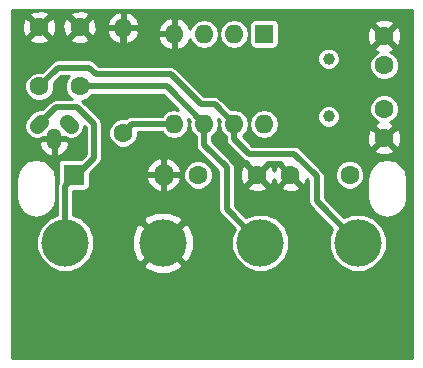
<source format=gbr>
G04 #@! TF.FileFunction,Copper,L1,Top,Signal*
%FSLAX46Y46*%
G04 Gerber Fmt 4.6, Leading zero omitted, Abs format (unit mm)*
G04 Created by KiCad (PCBNEW 4.0.7) date 04/04/19 07:33:12*
%MOMM*%
%LPD*%
G01*
G04 APERTURE LIST*
%ADD10C,0.100000*%
%ADD11C,1.600000*%
%ADD12O,1.600000X1.600000*%
%ADD13R,1.800000X1.800000*%
%ADD14O,1.800000X1.800000*%
%ADD15C,4.000000*%
%ADD16R,1.600000X1.600000*%
%ADD17C,1.000000*%
%ADD18O,1.300000X1.800000*%
%ADD19C,1.300000*%
%ADD20C,0.500000*%
%ADD21C,0.254000*%
G04 APERTURE END LIST*
D10*
D11*
X73787000Y-90932000D03*
D12*
X73787000Y-82042000D03*
D11*
X70104000Y-86995000D03*
X70104000Y-81995000D03*
X66675000Y-86995000D03*
X66675000Y-81995000D03*
X92964000Y-94488000D03*
X87964000Y-94488000D03*
X95885000Y-88900000D03*
X95885000Y-91400000D03*
X95885000Y-85217000D03*
X95885000Y-82717000D03*
X80137000Y-94488000D03*
X85137000Y-94488000D03*
D13*
X69596000Y-94488000D03*
D14*
X77216000Y-94488000D03*
D15*
X68890000Y-100240000D03*
X77150000Y-100240000D03*
X85410000Y-100240000D03*
X93670000Y-100240000D03*
D16*
X85725000Y-82550000D03*
D12*
X78105000Y-90170000D03*
X83185000Y-82550000D03*
X80645000Y-90170000D03*
X80645000Y-82550000D03*
X83185000Y-90170000D03*
X78105000Y-82550000D03*
X85725000Y-90170000D03*
D17*
X91186000Y-89535000D03*
X91186000Y-84655000D03*
D18*
X67945000Y-91440000D03*
D19*
X69391777Y-90346777D02*
X69038223Y-89993223D01*
X66851777Y-89993223D02*
X66498223Y-90346777D01*
D20*
X73787000Y-82042000D02*
X73787000Y-84455000D01*
X72564000Y-84455000D02*
X73787000Y-84455000D01*
X72564000Y-84455000D02*
X70104000Y-81995000D01*
X75946000Y-82550000D02*
X75692000Y-82550000D01*
X75184000Y-82042000D02*
X73787000Y-82042000D01*
X75692000Y-82550000D02*
X75184000Y-82042000D01*
X95885000Y-91400000D02*
X97790000Y-89495000D01*
X97790000Y-84622000D02*
X95885000Y-82717000D01*
X97790000Y-89495000D02*
X97790000Y-84622000D01*
X76708000Y-80772000D02*
X93940000Y-80772000D01*
X76708000Y-80772000D02*
X75946000Y-81534000D01*
X75946000Y-82550000D02*
X75946000Y-81534000D01*
X93940000Y-80772000D02*
X95885000Y-82717000D01*
X77216000Y-94488000D02*
X77216000Y-96647000D01*
X77216000Y-96647000D02*
X79121000Y-96647000D01*
X79121000Y-96647000D02*
X79629000Y-97155000D01*
X79629000Y-97155000D02*
X79629000Y-97761000D01*
X79629000Y-97761000D02*
X77150000Y-100240000D01*
X78105000Y-82550000D02*
X75946000Y-82550000D01*
X66675000Y-90170000D02*
X68072000Y-88773000D01*
X71310500Y-93027500D02*
X69596000Y-94742000D01*
X71310500Y-90170000D02*
X71310500Y-93027500D01*
X69913500Y-88773000D02*
X71310500Y-90170000D01*
X68072000Y-88773000D02*
X69913500Y-88773000D01*
X68890000Y-100240000D02*
X68890000Y-95448000D01*
X68890000Y-95448000D02*
X69596000Y-94742000D01*
X83185000Y-90170000D02*
X83185000Y-91440000D01*
X90170000Y-96740000D02*
X93670000Y-100240000D01*
X90170000Y-94615000D02*
X90170000Y-96740000D01*
X88265000Y-92710000D02*
X90170000Y-94615000D01*
X86360000Y-92710000D02*
X88265000Y-92710000D01*
X86360000Y-92710000D02*
X85725000Y-92710000D01*
X84455000Y-92710000D02*
X85725000Y-92710000D01*
X83185000Y-91440000D02*
X84455000Y-92710000D01*
X70929500Y-85407500D02*
X68262500Y-85407500D01*
X70929500Y-85407500D02*
X71501000Y-85979000D01*
X71501000Y-85979000D02*
X77851000Y-85979000D01*
X77851000Y-85979000D02*
X80391000Y-88519000D01*
X80391000Y-88519000D02*
X81534000Y-88519000D01*
X83185000Y-90170000D02*
X81534000Y-88519000D01*
X68262500Y-85407500D02*
X66675000Y-86995000D01*
X80645000Y-90170000D02*
X77470000Y-86995000D01*
X77470000Y-86995000D02*
X70104000Y-86995000D01*
X80645000Y-90170000D02*
X80645000Y-91948000D01*
X82550000Y-97380000D02*
X85410000Y-100240000D01*
X82550000Y-93853000D02*
X82550000Y-97380000D01*
X80645000Y-91948000D02*
X82550000Y-93853000D01*
X78105000Y-90170000D02*
X74549000Y-90170000D01*
X74549000Y-90170000D02*
X73787000Y-90932000D01*
D21*
G36*
X98210500Y-109970500D02*
X64349500Y-109970500D01*
X64349500Y-94833109D01*
X64726500Y-94833109D01*
X64726500Y-96428891D01*
X64855486Y-97077348D01*
X65222808Y-97627083D01*
X65772543Y-97994405D01*
X66421000Y-98123391D01*
X67069457Y-97994405D01*
X67619192Y-97627083D01*
X67986514Y-97077348D01*
X68115500Y-96428891D01*
X68115500Y-94833109D01*
X67986514Y-94184652D01*
X67619192Y-93634917D01*
X67069457Y-93267595D01*
X66421000Y-93138609D01*
X65772543Y-93267595D01*
X65222808Y-93634917D01*
X64855486Y-94184652D01*
X64726500Y-94833109D01*
X64349500Y-94833109D01*
X64349500Y-91770480D01*
X66650601Y-91770480D01*
X66779930Y-92259699D01*
X67086630Y-92662186D01*
X67524009Y-92916667D01*
X67619529Y-92933099D01*
X67818000Y-92809067D01*
X67818000Y-91567000D01*
X68072000Y-91567000D01*
X68072000Y-92809067D01*
X68270471Y-92933099D01*
X68365991Y-92916667D01*
X68803370Y-92662186D01*
X69110070Y-92259699D01*
X69239399Y-91770480D01*
X69077303Y-91567000D01*
X68072000Y-91567000D01*
X67818000Y-91567000D01*
X66812697Y-91567000D01*
X66650601Y-91770480D01*
X64349500Y-91770480D01*
X64349500Y-90365402D01*
X65385099Y-90365402D01*
X65468412Y-90784249D01*
X65705670Y-91139330D01*
X66060751Y-91376588D01*
X66479598Y-91459901D01*
X66898445Y-91376588D01*
X66993611Y-91313000D01*
X67818000Y-91313000D01*
X67818000Y-91293000D01*
X68072000Y-91293000D01*
X68072000Y-91313000D01*
X68896389Y-91313000D01*
X68991555Y-91376588D01*
X69410402Y-91459901D01*
X69829249Y-91376588D01*
X70184330Y-91139330D01*
X70421588Y-90784249D01*
X70504901Y-90365402D01*
X70500226Y-90341897D01*
X70616000Y-90457671D01*
X70616000Y-92739828D01*
X70221036Y-93134792D01*
X68696000Y-93134792D01*
X68531278Y-93165787D01*
X68379991Y-93263137D01*
X68278498Y-93411677D01*
X68242792Y-93588000D01*
X68242792Y-95210248D01*
X68195500Y-95448000D01*
X68195500Y-97882008D01*
X67507111Y-98166445D01*
X66818862Y-98853494D01*
X66445925Y-99751626D01*
X66445076Y-100724108D01*
X66816445Y-101622889D01*
X67503494Y-102311138D01*
X68401626Y-102684075D01*
X69374108Y-102684924D01*
X70272889Y-102313555D01*
X70471768Y-102115022D01*
X75454584Y-102115022D01*
X75675353Y-102485743D01*
X76647012Y-102879119D01*
X77695247Y-102870713D01*
X78624647Y-102485743D01*
X78845416Y-102115022D01*
X77150000Y-100419605D01*
X75454584Y-102115022D01*
X70471768Y-102115022D01*
X70961138Y-101626506D01*
X71334075Y-100728374D01*
X71334924Y-99755892D01*
X71327123Y-99737012D01*
X74510881Y-99737012D01*
X74519287Y-100785247D01*
X74904257Y-101714647D01*
X75274978Y-101935416D01*
X76970395Y-100240000D01*
X77329605Y-100240000D01*
X79025022Y-101935416D01*
X79395743Y-101714647D01*
X79789119Y-100742988D01*
X79780713Y-99694753D01*
X79395743Y-98765353D01*
X79025022Y-98544584D01*
X77329605Y-100240000D01*
X76970395Y-100240000D01*
X75274978Y-98544584D01*
X74904257Y-98765353D01*
X74510881Y-99737012D01*
X71327123Y-99737012D01*
X70963555Y-98857111D01*
X70472281Y-98364978D01*
X75454584Y-98364978D01*
X77150000Y-100060395D01*
X78845416Y-98364978D01*
X78624647Y-97994257D01*
X77652988Y-97600881D01*
X76604753Y-97609287D01*
X75675353Y-97994257D01*
X75454584Y-98364978D01*
X70472281Y-98364978D01*
X70276506Y-98168862D01*
X69584500Y-97881516D01*
X69584500Y-95841208D01*
X70496000Y-95841208D01*
X70660722Y-95810213D01*
X70812009Y-95712863D01*
X70913502Y-95564323D01*
X70949208Y-95388000D01*
X70949208Y-94852740D01*
X75724964Y-94852740D01*
X75903760Y-95284417D01*
X76308424Y-95725966D01*
X76851258Y-95979046D01*
X77089000Y-95858997D01*
X77089000Y-94615000D01*
X77343000Y-94615000D01*
X77343000Y-95858997D01*
X77580742Y-95979046D01*
X78123576Y-95725966D01*
X78528240Y-95284417D01*
X78707036Y-94852740D01*
X78647007Y-94734460D01*
X78892285Y-94734460D01*
X79081349Y-95192032D01*
X79431127Y-95542420D01*
X79888368Y-95732283D01*
X80383460Y-95732715D01*
X80841032Y-95543651D01*
X81191420Y-95193873D01*
X81381283Y-94736632D01*
X81381715Y-94241540D01*
X81192651Y-93783968D01*
X80842873Y-93433580D01*
X80385632Y-93243717D01*
X79890540Y-93243285D01*
X79432968Y-93432349D01*
X79082580Y-93782127D01*
X78892717Y-94239368D01*
X78892285Y-94734460D01*
X78647007Y-94734460D01*
X78586378Y-94615000D01*
X77343000Y-94615000D01*
X77089000Y-94615000D01*
X75845622Y-94615000D01*
X75724964Y-94852740D01*
X70949208Y-94852740D01*
X70949208Y-94370964D01*
X71196912Y-94123260D01*
X75724964Y-94123260D01*
X75845622Y-94361000D01*
X77089000Y-94361000D01*
X77089000Y-93117003D01*
X77343000Y-93117003D01*
X77343000Y-94361000D01*
X78586378Y-94361000D01*
X78707036Y-94123260D01*
X78528240Y-93691583D01*
X78123576Y-93250034D01*
X77580742Y-92996954D01*
X77343000Y-93117003D01*
X77089000Y-93117003D01*
X76851258Y-92996954D01*
X76308424Y-93250034D01*
X75903760Y-93691583D01*
X75724964Y-94123260D01*
X71196912Y-94123260D01*
X71801586Y-93518586D01*
X71913139Y-93351634D01*
X71952134Y-93293274D01*
X72005000Y-93027500D01*
X72005000Y-90170000D01*
X71952134Y-89904226D01*
X71801586Y-89678914D01*
X71801583Y-89678912D01*
X70404586Y-88281914D01*
X70341419Y-88239707D01*
X70350460Y-88239715D01*
X70808032Y-88050651D01*
X71158420Y-87700873D01*
X71163142Y-87689500D01*
X77182328Y-87689500D01*
X78465693Y-88972865D01*
X78105000Y-88901119D01*
X77628750Y-88995851D01*
X77225006Y-89265625D01*
X77084772Y-89475500D01*
X74549005Y-89475500D01*
X74549000Y-89475499D01*
X74283227Y-89528365D01*
X74283225Y-89528366D01*
X74283226Y-89528366D01*
X74057914Y-89678914D01*
X74057912Y-89678917D01*
X74045157Y-89691672D01*
X74035632Y-89687717D01*
X73540540Y-89687285D01*
X73082968Y-89876349D01*
X72732580Y-90226127D01*
X72542717Y-90683368D01*
X72542285Y-91178460D01*
X72731349Y-91636032D01*
X73081127Y-91986420D01*
X73538368Y-92176283D01*
X74033460Y-92176715D01*
X74491032Y-91987651D01*
X74841420Y-91637873D01*
X75031283Y-91180632D01*
X75031559Y-90864500D01*
X77084772Y-90864500D01*
X77225006Y-91074375D01*
X77628750Y-91344149D01*
X78105000Y-91438881D01*
X78581250Y-91344149D01*
X78984994Y-91074375D01*
X79254768Y-90670631D01*
X79349500Y-90194381D01*
X79349500Y-90145619D01*
X79277754Y-89784926D01*
X79439978Y-89947150D01*
X79400500Y-90145619D01*
X79400500Y-90194381D01*
X79495232Y-90670631D01*
X79765006Y-91074375D01*
X79950500Y-91198319D01*
X79950500Y-91948000D01*
X80003366Y-92213774D01*
X80083030Y-92333000D01*
X80153914Y-92439086D01*
X81855500Y-94140672D01*
X81855500Y-97380000D01*
X81908366Y-97645774D01*
X82008126Y-97795076D01*
X82058914Y-97871086D01*
X83251563Y-99063735D01*
X82965925Y-99751626D01*
X82965076Y-100724108D01*
X83336445Y-101622889D01*
X84023494Y-102311138D01*
X84921626Y-102684075D01*
X85894108Y-102684924D01*
X86792889Y-102313555D01*
X87481138Y-101626506D01*
X87854075Y-100728374D01*
X87854924Y-99755892D01*
X87483555Y-98857111D01*
X86796506Y-98168862D01*
X85898374Y-97795925D01*
X84925892Y-97795076D01*
X84233386Y-98081214D01*
X83244500Y-97092328D01*
X83244500Y-95495745D01*
X84308861Y-95495745D01*
X84382995Y-95741864D01*
X84920223Y-95934965D01*
X85490454Y-95907778D01*
X85891005Y-95741864D01*
X85965139Y-95495745D01*
X87135861Y-95495745D01*
X87209995Y-95741864D01*
X87747223Y-95934965D01*
X88317454Y-95907778D01*
X88718005Y-95741864D01*
X88792139Y-95495745D01*
X87964000Y-94667605D01*
X87135861Y-95495745D01*
X85965139Y-95495745D01*
X85137000Y-94667605D01*
X84308861Y-95495745D01*
X83244500Y-95495745D01*
X83244500Y-94271223D01*
X83690035Y-94271223D01*
X83717222Y-94841454D01*
X83883136Y-95242005D01*
X84129255Y-95316139D01*
X84957395Y-94488000D01*
X85316605Y-94488000D01*
X86144745Y-95316139D01*
X86390864Y-95242005D01*
X86543123Y-94818404D01*
X86544222Y-94841454D01*
X86710136Y-95242005D01*
X86956255Y-95316139D01*
X87784395Y-94488000D01*
X86956255Y-93659861D01*
X86710136Y-93733995D01*
X86557877Y-94157596D01*
X86556778Y-94134546D01*
X86390864Y-93733995D01*
X86144745Y-93659861D01*
X85316605Y-94488000D01*
X84957395Y-94488000D01*
X84129255Y-93659861D01*
X83883136Y-93733995D01*
X83690035Y-94271223D01*
X83244500Y-94271223D01*
X83244500Y-93853005D01*
X83244501Y-93853000D01*
X83191634Y-93587227D01*
X83191634Y-93587226D01*
X83041086Y-93361914D01*
X81339500Y-91660328D01*
X81339500Y-91198319D01*
X81524994Y-91074375D01*
X81794768Y-90670631D01*
X81889500Y-90194381D01*
X81889500Y-90145619D01*
X81817754Y-89784925D01*
X81979978Y-89947149D01*
X81940500Y-90145619D01*
X81940500Y-90194381D01*
X82035232Y-90670631D01*
X82305006Y-91074375D01*
X82490500Y-91198319D01*
X82490500Y-91440000D01*
X82543366Y-91705774D01*
X82575225Y-91753454D01*
X82693914Y-91931086D01*
X83963914Y-93201086D01*
X84189226Y-93351634D01*
X84338650Y-93381357D01*
X84308861Y-93480255D01*
X85137000Y-94308395D01*
X85965139Y-93480255D01*
X85942321Y-93404500D01*
X87158679Y-93404500D01*
X87135861Y-93480255D01*
X87964000Y-94308395D01*
X87978142Y-94294252D01*
X88157748Y-94473858D01*
X88143605Y-94488000D01*
X88971745Y-95316139D01*
X89217864Y-95242005D01*
X89375704Y-94802876D01*
X89475500Y-94902672D01*
X89475500Y-96740000D01*
X89528366Y-97005774D01*
X89576190Y-97077348D01*
X89678914Y-97231086D01*
X91511563Y-99063734D01*
X91225925Y-99751626D01*
X91225076Y-100724108D01*
X91596445Y-101622889D01*
X92283494Y-102311138D01*
X93181626Y-102684075D01*
X94154108Y-102684924D01*
X95052889Y-102313555D01*
X95741138Y-101626506D01*
X96114075Y-100728374D01*
X96114924Y-99755892D01*
X95743555Y-98857111D01*
X95056506Y-98168862D01*
X94158374Y-97795925D01*
X93185892Y-97795076D01*
X92493386Y-98081214D01*
X90864500Y-96452328D01*
X90864500Y-94734460D01*
X91719285Y-94734460D01*
X91908349Y-95192032D01*
X92258127Y-95542420D01*
X92715368Y-95732283D01*
X93210460Y-95732715D01*
X93668032Y-95543651D01*
X94018420Y-95193873D01*
X94168222Y-94833109D01*
X94444500Y-94833109D01*
X94444500Y-96428891D01*
X94573486Y-97077348D01*
X94940808Y-97627083D01*
X95490543Y-97994405D01*
X96139000Y-98123391D01*
X96787457Y-97994405D01*
X97337192Y-97627083D01*
X97704514Y-97077348D01*
X97833500Y-96428891D01*
X97833500Y-94833109D01*
X97704514Y-94184652D01*
X97337192Y-93634917D01*
X96787457Y-93267595D01*
X96139000Y-93138609D01*
X95490543Y-93267595D01*
X94940808Y-93634917D01*
X94573486Y-94184652D01*
X94444500Y-94833109D01*
X94168222Y-94833109D01*
X94208283Y-94736632D01*
X94208715Y-94241540D01*
X94019651Y-93783968D01*
X93669873Y-93433580D01*
X93212632Y-93243717D01*
X92717540Y-93243285D01*
X92259968Y-93432349D01*
X91909580Y-93782127D01*
X91719717Y-94239368D01*
X91719285Y-94734460D01*
X90864500Y-94734460D01*
X90864500Y-94615005D01*
X90864501Y-94615000D01*
X90811634Y-94349227D01*
X90811634Y-94349226D01*
X90661086Y-94123914D01*
X88944917Y-92407745D01*
X95056861Y-92407745D01*
X95130995Y-92653864D01*
X95668223Y-92846965D01*
X96238454Y-92819778D01*
X96639005Y-92653864D01*
X96713139Y-92407745D01*
X95885000Y-91579605D01*
X95056861Y-92407745D01*
X88944917Y-92407745D01*
X88756086Y-92218914D01*
X88658942Y-92154005D01*
X88530774Y-92068366D01*
X88265000Y-92015500D01*
X84742672Y-92015500D01*
X83907069Y-91179897D01*
X84064994Y-91074375D01*
X84334768Y-90670631D01*
X84429500Y-90194381D01*
X84429500Y-90145619D01*
X84480500Y-90145619D01*
X84480500Y-90194381D01*
X84575232Y-90670631D01*
X84845006Y-91074375D01*
X85248750Y-91344149D01*
X85725000Y-91438881D01*
X86201250Y-91344149D01*
X86442091Y-91183223D01*
X94438035Y-91183223D01*
X94465222Y-91753454D01*
X94631136Y-92154005D01*
X94877255Y-92228139D01*
X95705395Y-91400000D01*
X96064605Y-91400000D01*
X96892745Y-92228139D01*
X97138864Y-92154005D01*
X97331965Y-91616777D01*
X97304778Y-91046546D01*
X97138864Y-90645995D01*
X96892745Y-90571861D01*
X96064605Y-91400000D01*
X95705395Y-91400000D01*
X94877255Y-90571861D01*
X94631136Y-90645995D01*
X94438035Y-91183223D01*
X86442091Y-91183223D01*
X86604994Y-91074375D01*
X86874768Y-90670631D01*
X86969500Y-90194381D01*
X86969500Y-90145619D01*
X86885247Y-89722048D01*
X90241336Y-89722048D01*
X90384825Y-90069317D01*
X90650285Y-90335241D01*
X90997303Y-90479336D01*
X91373048Y-90479664D01*
X91720317Y-90336175D01*
X91986241Y-90070715D01*
X92130336Y-89723697D01*
X92130664Y-89347952D01*
X92047409Y-89146460D01*
X94640285Y-89146460D01*
X94829349Y-89604032D01*
X95179127Y-89954420D01*
X95386227Y-90040415D01*
X95130995Y-90146136D01*
X95056861Y-90392255D01*
X95885000Y-91220395D01*
X96713139Y-90392255D01*
X96639005Y-90146136D01*
X96365739Y-90047913D01*
X96589032Y-89955651D01*
X96939420Y-89605873D01*
X97129283Y-89148632D01*
X97129715Y-88653540D01*
X96940651Y-88195968D01*
X96590873Y-87845580D01*
X96133632Y-87655717D01*
X95638540Y-87655285D01*
X95180968Y-87844349D01*
X94830580Y-88194127D01*
X94640717Y-88651368D01*
X94640285Y-89146460D01*
X92047409Y-89146460D01*
X91987175Y-89000683D01*
X91721715Y-88734759D01*
X91374697Y-88590664D01*
X90998952Y-88590336D01*
X90651683Y-88733825D01*
X90385759Y-88999285D01*
X90241664Y-89346303D01*
X90241336Y-89722048D01*
X86885247Y-89722048D01*
X86874768Y-89669369D01*
X86604994Y-89265625D01*
X86201250Y-88995851D01*
X85725000Y-88901119D01*
X85248750Y-88995851D01*
X84845006Y-89265625D01*
X84575232Y-89669369D01*
X84480500Y-90145619D01*
X84429500Y-90145619D01*
X84334768Y-89669369D01*
X84064994Y-89265625D01*
X83661250Y-88995851D01*
X83185000Y-88901119D01*
X82945859Y-88948687D01*
X82025086Y-88027914D01*
X81799774Y-87877366D01*
X81534000Y-87824500D01*
X80678671Y-87824500D01*
X78342086Y-85487914D01*
X78221737Y-85407500D01*
X78116774Y-85337366D01*
X77851000Y-85284500D01*
X71788672Y-85284500D01*
X71420586Y-84916414D01*
X71309289Y-84842048D01*
X90241336Y-84842048D01*
X90384825Y-85189317D01*
X90650285Y-85455241D01*
X90997303Y-85599336D01*
X91373048Y-85599664D01*
X91702685Y-85463460D01*
X94640285Y-85463460D01*
X94829349Y-85921032D01*
X95179127Y-86271420D01*
X95636368Y-86461283D01*
X96131460Y-86461715D01*
X96589032Y-86272651D01*
X96939420Y-85922873D01*
X97129283Y-85465632D01*
X97129715Y-84970540D01*
X96940651Y-84512968D01*
X96590873Y-84162580D01*
X96383773Y-84076585D01*
X96639005Y-83970864D01*
X96713139Y-83724745D01*
X95885000Y-82896605D01*
X95056861Y-83724745D01*
X95130995Y-83970864D01*
X95404261Y-84069087D01*
X95180968Y-84161349D01*
X94830580Y-84511127D01*
X94640717Y-84968368D01*
X94640285Y-85463460D01*
X91702685Y-85463460D01*
X91720317Y-85456175D01*
X91986241Y-85190715D01*
X92130336Y-84843697D01*
X92130664Y-84467952D01*
X91987175Y-84120683D01*
X91721715Y-83854759D01*
X91374697Y-83710664D01*
X90998952Y-83710336D01*
X90651683Y-83853825D01*
X90385759Y-84119285D01*
X90241664Y-84466303D01*
X90241336Y-84842048D01*
X71309289Y-84842048D01*
X71195274Y-84765866D01*
X70929500Y-84713000D01*
X68262500Y-84713000D01*
X67996726Y-84765866D01*
X67771414Y-84916414D01*
X66933156Y-85754672D01*
X66923632Y-85750717D01*
X66428540Y-85750285D01*
X65970968Y-85939349D01*
X65620580Y-86289127D01*
X65430717Y-86746368D01*
X65430285Y-87241460D01*
X65619349Y-87699032D01*
X65969127Y-88049420D01*
X66426368Y-88239283D01*
X66921460Y-88239715D01*
X67379032Y-88050651D01*
X67729420Y-87700873D01*
X67919283Y-87243632D01*
X67919715Y-86748540D01*
X67915013Y-86737159D01*
X68550172Y-86102000D01*
X69237033Y-86102000D01*
X69049580Y-86289127D01*
X68859717Y-86746368D01*
X68859285Y-87241460D01*
X69048349Y-87699032D01*
X69398127Y-88049420D01*
X69468159Y-88078500D01*
X68072000Y-88078500D01*
X67806226Y-88131366D01*
X67580914Y-88281914D01*
X67580912Y-88281917D01*
X66964093Y-88898735D01*
X66870402Y-88880099D01*
X66451555Y-88963412D01*
X66096473Y-89200670D01*
X65705670Y-89591474D01*
X65468412Y-89946555D01*
X65385099Y-90365402D01*
X64349500Y-90365402D01*
X64349500Y-83002745D01*
X65846861Y-83002745D01*
X65920995Y-83248864D01*
X66458223Y-83441965D01*
X67028454Y-83414778D01*
X67429005Y-83248864D01*
X67503139Y-83002745D01*
X69275861Y-83002745D01*
X69349995Y-83248864D01*
X69887223Y-83441965D01*
X70457454Y-83414778D01*
X70858005Y-83248864D01*
X70932139Y-83002745D01*
X70104000Y-82174605D01*
X69275861Y-83002745D01*
X67503139Y-83002745D01*
X66675000Y-82174605D01*
X65846861Y-83002745D01*
X64349500Y-83002745D01*
X64349500Y-81778223D01*
X65228035Y-81778223D01*
X65255222Y-82348454D01*
X65421136Y-82749005D01*
X65667255Y-82823139D01*
X66495395Y-81995000D01*
X66854605Y-81995000D01*
X67682745Y-82823139D01*
X67928864Y-82749005D01*
X68121965Y-82211777D01*
X68101295Y-81778223D01*
X68657035Y-81778223D01*
X68684222Y-82348454D01*
X68850136Y-82749005D01*
X69096255Y-82823139D01*
X69924395Y-81995000D01*
X70283605Y-81995000D01*
X71111745Y-82823139D01*
X71357864Y-82749005D01*
X71486530Y-82391041D01*
X72395086Y-82391041D01*
X72634611Y-82897134D01*
X73049577Y-83273041D01*
X73437961Y-83433904D01*
X73660000Y-83311915D01*
X73660000Y-82169000D01*
X73914000Y-82169000D01*
X73914000Y-83311915D01*
X74136039Y-83433904D01*
X74524423Y-83273041D01*
X74937283Y-82899041D01*
X76713086Y-82899041D01*
X76952611Y-83405134D01*
X77367577Y-83781041D01*
X77755961Y-83941904D01*
X77978000Y-83819915D01*
X77978000Y-82677000D01*
X76834371Y-82677000D01*
X76713086Y-82899041D01*
X74937283Y-82899041D01*
X74939389Y-82897134D01*
X75178914Y-82391041D01*
X75075086Y-82200959D01*
X76713086Y-82200959D01*
X76834371Y-82423000D01*
X77978000Y-82423000D01*
X77978000Y-81280085D01*
X78232000Y-81280085D01*
X78232000Y-82423000D01*
X78252000Y-82423000D01*
X78252000Y-82677000D01*
X78232000Y-82677000D01*
X78232000Y-83819915D01*
X78454039Y-83941904D01*
X78842423Y-83781041D01*
X79257389Y-83405134D01*
X79474499Y-82946401D01*
X79495232Y-83050631D01*
X79765006Y-83454375D01*
X80168750Y-83724149D01*
X80645000Y-83818881D01*
X81121250Y-83724149D01*
X81524994Y-83454375D01*
X81794768Y-83050631D01*
X81889500Y-82574381D01*
X81889500Y-82525619D01*
X81940500Y-82525619D01*
X81940500Y-82574381D01*
X82035232Y-83050631D01*
X82305006Y-83454375D01*
X82708750Y-83724149D01*
X83185000Y-83818881D01*
X83661250Y-83724149D01*
X84064994Y-83454375D01*
X84334768Y-83050631D01*
X84429500Y-82574381D01*
X84429500Y-82525619D01*
X84334768Y-82049369D01*
X84134736Y-81750000D01*
X84471792Y-81750000D01*
X84471792Y-83350000D01*
X84502787Y-83514722D01*
X84600137Y-83666009D01*
X84748677Y-83767502D01*
X84925000Y-83803208D01*
X86525000Y-83803208D01*
X86689722Y-83772213D01*
X86841009Y-83674863D01*
X86942502Y-83526323D01*
X86978208Y-83350000D01*
X86978208Y-82500223D01*
X94438035Y-82500223D01*
X94465222Y-83070454D01*
X94631136Y-83471005D01*
X94877255Y-83545139D01*
X95705395Y-82717000D01*
X96064605Y-82717000D01*
X96892745Y-83545139D01*
X97138864Y-83471005D01*
X97331965Y-82933777D01*
X97304778Y-82363546D01*
X97138864Y-81962995D01*
X96892745Y-81888861D01*
X96064605Y-82717000D01*
X95705395Y-82717000D01*
X94877255Y-81888861D01*
X94631136Y-81962995D01*
X94438035Y-82500223D01*
X86978208Y-82500223D01*
X86978208Y-81750000D01*
X86970542Y-81709255D01*
X95056861Y-81709255D01*
X95885000Y-82537395D01*
X96713139Y-81709255D01*
X96639005Y-81463136D01*
X96101777Y-81270035D01*
X95531546Y-81297222D01*
X95130995Y-81463136D01*
X95056861Y-81709255D01*
X86970542Y-81709255D01*
X86947213Y-81585278D01*
X86849863Y-81433991D01*
X86701323Y-81332498D01*
X86525000Y-81296792D01*
X84925000Y-81296792D01*
X84760278Y-81327787D01*
X84608991Y-81425137D01*
X84507498Y-81573677D01*
X84471792Y-81750000D01*
X84134736Y-81750000D01*
X84064994Y-81645625D01*
X83661250Y-81375851D01*
X83185000Y-81281119D01*
X82708750Y-81375851D01*
X82305006Y-81645625D01*
X82035232Y-82049369D01*
X81940500Y-82525619D01*
X81889500Y-82525619D01*
X81794768Y-82049369D01*
X81524994Y-81645625D01*
X81121250Y-81375851D01*
X80645000Y-81281119D01*
X80168750Y-81375851D01*
X79765006Y-81645625D01*
X79495232Y-82049369D01*
X79474499Y-82153599D01*
X79257389Y-81694866D01*
X78842423Y-81318959D01*
X78454039Y-81158096D01*
X78232000Y-81280085D01*
X77978000Y-81280085D01*
X77755961Y-81158096D01*
X77367577Y-81318959D01*
X76952611Y-81694866D01*
X76713086Y-82200959D01*
X75075086Y-82200959D01*
X75057629Y-82169000D01*
X73914000Y-82169000D01*
X73660000Y-82169000D01*
X72516371Y-82169000D01*
X72395086Y-82391041D01*
X71486530Y-82391041D01*
X71550965Y-82211777D01*
X71526230Y-81692959D01*
X72395086Y-81692959D01*
X72516371Y-81915000D01*
X73660000Y-81915000D01*
X73660000Y-80772085D01*
X73914000Y-80772085D01*
X73914000Y-81915000D01*
X75057629Y-81915000D01*
X75178914Y-81692959D01*
X74939389Y-81186866D01*
X74524423Y-80810959D01*
X74136039Y-80650096D01*
X73914000Y-80772085D01*
X73660000Y-80772085D01*
X73437961Y-80650096D01*
X73049577Y-80810959D01*
X72634611Y-81186866D01*
X72395086Y-81692959D01*
X71526230Y-81692959D01*
X71523778Y-81641546D01*
X71357864Y-81240995D01*
X71111745Y-81166861D01*
X70283605Y-81995000D01*
X69924395Y-81995000D01*
X69096255Y-81166861D01*
X68850136Y-81240995D01*
X68657035Y-81778223D01*
X68101295Y-81778223D01*
X68094778Y-81641546D01*
X67928864Y-81240995D01*
X67682745Y-81166861D01*
X66854605Y-81995000D01*
X66495395Y-81995000D01*
X65667255Y-81166861D01*
X65421136Y-81240995D01*
X65228035Y-81778223D01*
X64349500Y-81778223D01*
X64349500Y-80987255D01*
X65846861Y-80987255D01*
X66675000Y-81815395D01*
X67503139Y-80987255D01*
X69275861Y-80987255D01*
X70104000Y-81815395D01*
X70932139Y-80987255D01*
X70858005Y-80741136D01*
X70320777Y-80548035D01*
X69750546Y-80575222D01*
X69349995Y-80741136D01*
X69275861Y-80987255D01*
X67503139Y-80987255D01*
X67429005Y-80741136D01*
X66891777Y-80548035D01*
X66321546Y-80575222D01*
X65920995Y-80741136D01*
X65846861Y-80987255D01*
X64349500Y-80987255D01*
X64349500Y-80519500D01*
X98210500Y-80519500D01*
X98210500Y-109970500D01*
X98210500Y-109970500D01*
G37*
X98210500Y-109970500D02*
X64349500Y-109970500D01*
X64349500Y-94833109D01*
X64726500Y-94833109D01*
X64726500Y-96428891D01*
X64855486Y-97077348D01*
X65222808Y-97627083D01*
X65772543Y-97994405D01*
X66421000Y-98123391D01*
X67069457Y-97994405D01*
X67619192Y-97627083D01*
X67986514Y-97077348D01*
X68115500Y-96428891D01*
X68115500Y-94833109D01*
X67986514Y-94184652D01*
X67619192Y-93634917D01*
X67069457Y-93267595D01*
X66421000Y-93138609D01*
X65772543Y-93267595D01*
X65222808Y-93634917D01*
X64855486Y-94184652D01*
X64726500Y-94833109D01*
X64349500Y-94833109D01*
X64349500Y-91770480D01*
X66650601Y-91770480D01*
X66779930Y-92259699D01*
X67086630Y-92662186D01*
X67524009Y-92916667D01*
X67619529Y-92933099D01*
X67818000Y-92809067D01*
X67818000Y-91567000D01*
X68072000Y-91567000D01*
X68072000Y-92809067D01*
X68270471Y-92933099D01*
X68365991Y-92916667D01*
X68803370Y-92662186D01*
X69110070Y-92259699D01*
X69239399Y-91770480D01*
X69077303Y-91567000D01*
X68072000Y-91567000D01*
X67818000Y-91567000D01*
X66812697Y-91567000D01*
X66650601Y-91770480D01*
X64349500Y-91770480D01*
X64349500Y-90365402D01*
X65385099Y-90365402D01*
X65468412Y-90784249D01*
X65705670Y-91139330D01*
X66060751Y-91376588D01*
X66479598Y-91459901D01*
X66898445Y-91376588D01*
X66993611Y-91313000D01*
X67818000Y-91313000D01*
X67818000Y-91293000D01*
X68072000Y-91293000D01*
X68072000Y-91313000D01*
X68896389Y-91313000D01*
X68991555Y-91376588D01*
X69410402Y-91459901D01*
X69829249Y-91376588D01*
X70184330Y-91139330D01*
X70421588Y-90784249D01*
X70504901Y-90365402D01*
X70500226Y-90341897D01*
X70616000Y-90457671D01*
X70616000Y-92739828D01*
X70221036Y-93134792D01*
X68696000Y-93134792D01*
X68531278Y-93165787D01*
X68379991Y-93263137D01*
X68278498Y-93411677D01*
X68242792Y-93588000D01*
X68242792Y-95210248D01*
X68195500Y-95448000D01*
X68195500Y-97882008D01*
X67507111Y-98166445D01*
X66818862Y-98853494D01*
X66445925Y-99751626D01*
X66445076Y-100724108D01*
X66816445Y-101622889D01*
X67503494Y-102311138D01*
X68401626Y-102684075D01*
X69374108Y-102684924D01*
X70272889Y-102313555D01*
X70471768Y-102115022D01*
X75454584Y-102115022D01*
X75675353Y-102485743D01*
X76647012Y-102879119D01*
X77695247Y-102870713D01*
X78624647Y-102485743D01*
X78845416Y-102115022D01*
X77150000Y-100419605D01*
X75454584Y-102115022D01*
X70471768Y-102115022D01*
X70961138Y-101626506D01*
X71334075Y-100728374D01*
X71334924Y-99755892D01*
X71327123Y-99737012D01*
X74510881Y-99737012D01*
X74519287Y-100785247D01*
X74904257Y-101714647D01*
X75274978Y-101935416D01*
X76970395Y-100240000D01*
X77329605Y-100240000D01*
X79025022Y-101935416D01*
X79395743Y-101714647D01*
X79789119Y-100742988D01*
X79780713Y-99694753D01*
X79395743Y-98765353D01*
X79025022Y-98544584D01*
X77329605Y-100240000D01*
X76970395Y-100240000D01*
X75274978Y-98544584D01*
X74904257Y-98765353D01*
X74510881Y-99737012D01*
X71327123Y-99737012D01*
X70963555Y-98857111D01*
X70472281Y-98364978D01*
X75454584Y-98364978D01*
X77150000Y-100060395D01*
X78845416Y-98364978D01*
X78624647Y-97994257D01*
X77652988Y-97600881D01*
X76604753Y-97609287D01*
X75675353Y-97994257D01*
X75454584Y-98364978D01*
X70472281Y-98364978D01*
X70276506Y-98168862D01*
X69584500Y-97881516D01*
X69584500Y-95841208D01*
X70496000Y-95841208D01*
X70660722Y-95810213D01*
X70812009Y-95712863D01*
X70913502Y-95564323D01*
X70949208Y-95388000D01*
X70949208Y-94852740D01*
X75724964Y-94852740D01*
X75903760Y-95284417D01*
X76308424Y-95725966D01*
X76851258Y-95979046D01*
X77089000Y-95858997D01*
X77089000Y-94615000D01*
X77343000Y-94615000D01*
X77343000Y-95858997D01*
X77580742Y-95979046D01*
X78123576Y-95725966D01*
X78528240Y-95284417D01*
X78707036Y-94852740D01*
X78647007Y-94734460D01*
X78892285Y-94734460D01*
X79081349Y-95192032D01*
X79431127Y-95542420D01*
X79888368Y-95732283D01*
X80383460Y-95732715D01*
X80841032Y-95543651D01*
X81191420Y-95193873D01*
X81381283Y-94736632D01*
X81381715Y-94241540D01*
X81192651Y-93783968D01*
X80842873Y-93433580D01*
X80385632Y-93243717D01*
X79890540Y-93243285D01*
X79432968Y-93432349D01*
X79082580Y-93782127D01*
X78892717Y-94239368D01*
X78892285Y-94734460D01*
X78647007Y-94734460D01*
X78586378Y-94615000D01*
X77343000Y-94615000D01*
X77089000Y-94615000D01*
X75845622Y-94615000D01*
X75724964Y-94852740D01*
X70949208Y-94852740D01*
X70949208Y-94370964D01*
X71196912Y-94123260D01*
X75724964Y-94123260D01*
X75845622Y-94361000D01*
X77089000Y-94361000D01*
X77089000Y-93117003D01*
X77343000Y-93117003D01*
X77343000Y-94361000D01*
X78586378Y-94361000D01*
X78707036Y-94123260D01*
X78528240Y-93691583D01*
X78123576Y-93250034D01*
X77580742Y-92996954D01*
X77343000Y-93117003D01*
X77089000Y-93117003D01*
X76851258Y-92996954D01*
X76308424Y-93250034D01*
X75903760Y-93691583D01*
X75724964Y-94123260D01*
X71196912Y-94123260D01*
X71801586Y-93518586D01*
X71913139Y-93351634D01*
X71952134Y-93293274D01*
X72005000Y-93027500D01*
X72005000Y-90170000D01*
X71952134Y-89904226D01*
X71801586Y-89678914D01*
X71801583Y-89678912D01*
X70404586Y-88281914D01*
X70341419Y-88239707D01*
X70350460Y-88239715D01*
X70808032Y-88050651D01*
X71158420Y-87700873D01*
X71163142Y-87689500D01*
X77182328Y-87689500D01*
X78465693Y-88972865D01*
X78105000Y-88901119D01*
X77628750Y-88995851D01*
X77225006Y-89265625D01*
X77084772Y-89475500D01*
X74549005Y-89475500D01*
X74549000Y-89475499D01*
X74283227Y-89528365D01*
X74283225Y-89528366D01*
X74283226Y-89528366D01*
X74057914Y-89678914D01*
X74057912Y-89678917D01*
X74045157Y-89691672D01*
X74035632Y-89687717D01*
X73540540Y-89687285D01*
X73082968Y-89876349D01*
X72732580Y-90226127D01*
X72542717Y-90683368D01*
X72542285Y-91178460D01*
X72731349Y-91636032D01*
X73081127Y-91986420D01*
X73538368Y-92176283D01*
X74033460Y-92176715D01*
X74491032Y-91987651D01*
X74841420Y-91637873D01*
X75031283Y-91180632D01*
X75031559Y-90864500D01*
X77084772Y-90864500D01*
X77225006Y-91074375D01*
X77628750Y-91344149D01*
X78105000Y-91438881D01*
X78581250Y-91344149D01*
X78984994Y-91074375D01*
X79254768Y-90670631D01*
X79349500Y-90194381D01*
X79349500Y-90145619D01*
X79277754Y-89784926D01*
X79439978Y-89947150D01*
X79400500Y-90145619D01*
X79400500Y-90194381D01*
X79495232Y-90670631D01*
X79765006Y-91074375D01*
X79950500Y-91198319D01*
X79950500Y-91948000D01*
X80003366Y-92213774D01*
X80083030Y-92333000D01*
X80153914Y-92439086D01*
X81855500Y-94140672D01*
X81855500Y-97380000D01*
X81908366Y-97645774D01*
X82008126Y-97795076D01*
X82058914Y-97871086D01*
X83251563Y-99063735D01*
X82965925Y-99751626D01*
X82965076Y-100724108D01*
X83336445Y-101622889D01*
X84023494Y-102311138D01*
X84921626Y-102684075D01*
X85894108Y-102684924D01*
X86792889Y-102313555D01*
X87481138Y-101626506D01*
X87854075Y-100728374D01*
X87854924Y-99755892D01*
X87483555Y-98857111D01*
X86796506Y-98168862D01*
X85898374Y-97795925D01*
X84925892Y-97795076D01*
X84233386Y-98081214D01*
X83244500Y-97092328D01*
X83244500Y-95495745D01*
X84308861Y-95495745D01*
X84382995Y-95741864D01*
X84920223Y-95934965D01*
X85490454Y-95907778D01*
X85891005Y-95741864D01*
X85965139Y-95495745D01*
X87135861Y-95495745D01*
X87209995Y-95741864D01*
X87747223Y-95934965D01*
X88317454Y-95907778D01*
X88718005Y-95741864D01*
X88792139Y-95495745D01*
X87964000Y-94667605D01*
X87135861Y-95495745D01*
X85965139Y-95495745D01*
X85137000Y-94667605D01*
X84308861Y-95495745D01*
X83244500Y-95495745D01*
X83244500Y-94271223D01*
X83690035Y-94271223D01*
X83717222Y-94841454D01*
X83883136Y-95242005D01*
X84129255Y-95316139D01*
X84957395Y-94488000D01*
X85316605Y-94488000D01*
X86144745Y-95316139D01*
X86390864Y-95242005D01*
X86543123Y-94818404D01*
X86544222Y-94841454D01*
X86710136Y-95242005D01*
X86956255Y-95316139D01*
X87784395Y-94488000D01*
X86956255Y-93659861D01*
X86710136Y-93733995D01*
X86557877Y-94157596D01*
X86556778Y-94134546D01*
X86390864Y-93733995D01*
X86144745Y-93659861D01*
X85316605Y-94488000D01*
X84957395Y-94488000D01*
X84129255Y-93659861D01*
X83883136Y-93733995D01*
X83690035Y-94271223D01*
X83244500Y-94271223D01*
X83244500Y-93853005D01*
X83244501Y-93853000D01*
X83191634Y-93587227D01*
X83191634Y-93587226D01*
X83041086Y-93361914D01*
X81339500Y-91660328D01*
X81339500Y-91198319D01*
X81524994Y-91074375D01*
X81794768Y-90670631D01*
X81889500Y-90194381D01*
X81889500Y-90145619D01*
X81817754Y-89784925D01*
X81979978Y-89947149D01*
X81940500Y-90145619D01*
X81940500Y-90194381D01*
X82035232Y-90670631D01*
X82305006Y-91074375D01*
X82490500Y-91198319D01*
X82490500Y-91440000D01*
X82543366Y-91705774D01*
X82575225Y-91753454D01*
X82693914Y-91931086D01*
X83963914Y-93201086D01*
X84189226Y-93351634D01*
X84338650Y-93381357D01*
X84308861Y-93480255D01*
X85137000Y-94308395D01*
X85965139Y-93480255D01*
X85942321Y-93404500D01*
X87158679Y-93404500D01*
X87135861Y-93480255D01*
X87964000Y-94308395D01*
X87978142Y-94294252D01*
X88157748Y-94473858D01*
X88143605Y-94488000D01*
X88971745Y-95316139D01*
X89217864Y-95242005D01*
X89375704Y-94802876D01*
X89475500Y-94902672D01*
X89475500Y-96740000D01*
X89528366Y-97005774D01*
X89576190Y-97077348D01*
X89678914Y-97231086D01*
X91511563Y-99063734D01*
X91225925Y-99751626D01*
X91225076Y-100724108D01*
X91596445Y-101622889D01*
X92283494Y-102311138D01*
X93181626Y-102684075D01*
X94154108Y-102684924D01*
X95052889Y-102313555D01*
X95741138Y-101626506D01*
X96114075Y-100728374D01*
X96114924Y-99755892D01*
X95743555Y-98857111D01*
X95056506Y-98168862D01*
X94158374Y-97795925D01*
X93185892Y-97795076D01*
X92493386Y-98081214D01*
X90864500Y-96452328D01*
X90864500Y-94734460D01*
X91719285Y-94734460D01*
X91908349Y-95192032D01*
X92258127Y-95542420D01*
X92715368Y-95732283D01*
X93210460Y-95732715D01*
X93668032Y-95543651D01*
X94018420Y-95193873D01*
X94168222Y-94833109D01*
X94444500Y-94833109D01*
X94444500Y-96428891D01*
X94573486Y-97077348D01*
X94940808Y-97627083D01*
X95490543Y-97994405D01*
X96139000Y-98123391D01*
X96787457Y-97994405D01*
X97337192Y-97627083D01*
X97704514Y-97077348D01*
X97833500Y-96428891D01*
X97833500Y-94833109D01*
X97704514Y-94184652D01*
X97337192Y-93634917D01*
X96787457Y-93267595D01*
X96139000Y-93138609D01*
X95490543Y-93267595D01*
X94940808Y-93634917D01*
X94573486Y-94184652D01*
X94444500Y-94833109D01*
X94168222Y-94833109D01*
X94208283Y-94736632D01*
X94208715Y-94241540D01*
X94019651Y-93783968D01*
X93669873Y-93433580D01*
X93212632Y-93243717D01*
X92717540Y-93243285D01*
X92259968Y-93432349D01*
X91909580Y-93782127D01*
X91719717Y-94239368D01*
X91719285Y-94734460D01*
X90864500Y-94734460D01*
X90864500Y-94615005D01*
X90864501Y-94615000D01*
X90811634Y-94349227D01*
X90811634Y-94349226D01*
X90661086Y-94123914D01*
X88944917Y-92407745D01*
X95056861Y-92407745D01*
X95130995Y-92653864D01*
X95668223Y-92846965D01*
X96238454Y-92819778D01*
X96639005Y-92653864D01*
X96713139Y-92407745D01*
X95885000Y-91579605D01*
X95056861Y-92407745D01*
X88944917Y-92407745D01*
X88756086Y-92218914D01*
X88658942Y-92154005D01*
X88530774Y-92068366D01*
X88265000Y-92015500D01*
X84742672Y-92015500D01*
X83907069Y-91179897D01*
X84064994Y-91074375D01*
X84334768Y-90670631D01*
X84429500Y-90194381D01*
X84429500Y-90145619D01*
X84480500Y-90145619D01*
X84480500Y-90194381D01*
X84575232Y-90670631D01*
X84845006Y-91074375D01*
X85248750Y-91344149D01*
X85725000Y-91438881D01*
X86201250Y-91344149D01*
X86442091Y-91183223D01*
X94438035Y-91183223D01*
X94465222Y-91753454D01*
X94631136Y-92154005D01*
X94877255Y-92228139D01*
X95705395Y-91400000D01*
X96064605Y-91400000D01*
X96892745Y-92228139D01*
X97138864Y-92154005D01*
X97331965Y-91616777D01*
X97304778Y-91046546D01*
X97138864Y-90645995D01*
X96892745Y-90571861D01*
X96064605Y-91400000D01*
X95705395Y-91400000D01*
X94877255Y-90571861D01*
X94631136Y-90645995D01*
X94438035Y-91183223D01*
X86442091Y-91183223D01*
X86604994Y-91074375D01*
X86874768Y-90670631D01*
X86969500Y-90194381D01*
X86969500Y-90145619D01*
X86885247Y-89722048D01*
X90241336Y-89722048D01*
X90384825Y-90069317D01*
X90650285Y-90335241D01*
X90997303Y-90479336D01*
X91373048Y-90479664D01*
X91720317Y-90336175D01*
X91986241Y-90070715D01*
X92130336Y-89723697D01*
X92130664Y-89347952D01*
X92047409Y-89146460D01*
X94640285Y-89146460D01*
X94829349Y-89604032D01*
X95179127Y-89954420D01*
X95386227Y-90040415D01*
X95130995Y-90146136D01*
X95056861Y-90392255D01*
X95885000Y-91220395D01*
X96713139Y-90392255D01*
X96639005Y-90146136D01*
X96365739Y-90047913D01*
X96589032Y-89955651D01*
X96939420Y-89605873D01*
X97129283Y-89148632D01*
X97129715Y-88653540D01*
X96940651Y-88195968D01*
X96590873Y-87845580D01*
X96133632Y-87655717D01*
X95638540Y-87655285D01*
X95180968Y-87844349D01*
X94830580Y-88194127D01*
X94640717Y-88651368D01*
X94640285Y-89146460D01*
X92047409Y-89146460D01*
X91987175Y-89000683D01*
X91721715Y-88734759D01*
X91374697Y-88590664D01*
X90998952Y-88590336D01*
X90651683Y-88733825D01*
X90385759Y-88999285D01*
X90241664Y-89346303D01*
X90241336Y-89722048D01*
X86885247Y-89722048D01*
X86874768Y-89669369D01*
X86604994Y-89265625D01*
X86201250Y-88995851D01*
X85725000Y-88901119D01*
X85248750Y-88995851D01*
X84845006Y-89265625D01*
X84575232Y-89669369D01*
X84480500Y-90145619D01*
X84429500Y-90145619D01*
X84334768Y-89669369D01*
X84064994Y-89265625D01*
X83661250Y-88995851D01*
X83185000Y-88901119D01*
X82945859Y-88948687D01*
X82025086Y-88027914D01*
X81799774Y-87877366D01*
X81534000Y-87824500D01*
X80678671Y-87824500D01*
X78342086Y-85487914D01*
X78221737Y-85407500D01*
X78116774Y-85337366D01*
X77851000Y-85284500D01*
X71788672Y-85284500D01*
X71420586Y-84916414D01*
X71309289Y-84842048D01*
X90241336Y-84842048D01*
X90384825Y-85189317D01*
X90650285Y-85455241D01*
X90997303Y-85599336D01*
X91373048Y-85599664D01*
X91702685Y-85463460D01*
X94640285Y-85463460D01*
X94829349Y-85921032D01*
X95179127Y-86271420D01*
X95636368Y-86461283D01*
X96131460Y-86461715D01*
X96589032Y-86272651D01*
X96939420Y-85922873D01*
X97129283Y-85465632D01*
X97129715Y-84970540D01*
X96940651Y-84512968D01*
X96590873Y-84162580D01*
X96383773Y-84076585D01*
X96639005Y-83970864D01*
X96713139Y-83724745D01*
X95885000Y-82896605D01*
X95056861Y-83724745D01*
X95130995Y-83970864D01*
X95404261Y-84069087D01*
X95180968Y-84161349D01*
X94830580Y-84511127D01*
X94640717Y-84968368D01*
X94640285Y-85463460D01*
X91702685Y-85463460D01*
X91720317Y-85456175D01*
X91986241Y-85190715D01*
X92130336Y-84843697D01*
X92130664Y-84467952D01*
X91987175Y-84120683D01*
X91721715Y-83854759D01*
X91374697Y-83710664D01*
X90998952Y-83710336D01*
X90651683Y-83853825D01*
X90385759Y-84119285D01*
X90241664Y-84466303D01*
X90241336Y-84842048D01*
X71309289Y-84842048D01*
X71195274Y-84765866D01*
X70929500Y-84713000D01*
X68262500Y-84713000D01*
X67996726Y-84765866D01*
X67771414Y-84916414D01*
X66933156Y-85754672D01*
X66923632Y-85750717D01*
X66428540Y-85750285D01*
X65970968Y-85939349D01*
X65620580Y-86289127D01*
X65430717Y-86746368D01*
X65430285Y-87241460D01*
X65619349Y-87699032D01*
X65969127Y-88049420D01*
X66426368Y-88239283D01*
X66921460Y-88239715D01*
X67379032Y-88050651D01*
X67729420Y-87700873D01*
X67919283Y-87243632D01*
X67919715Y-86748540D01*
X67915013Y-86737159D01*
X68550172Y-86102000D01*
X69237033Y-86102000D01*
X69049580Y-86289127D01*
X68859717Y-86746368D01*
X68859285Y-87241460D01*
X69048349Y-87699032D01*
X69398127Y-88049420D01*
X69468159Y-88078500D01*
X68072000Y-88078500D01*
X67806226Y-88131366D01*
X67580914Y-88281914D01*
X67580912Y-88281917D01*
X66964093Y-88898735D01*
X66870402Y-88880099D01*
X66451555Y-88963412D01*
X66096473Y-89200670D01*
X65705670Y-89591474D01*
X65468412Y-89946555D01*
X65385099Y-90365402D01*
X64349500Y-90365402D01*
X64349500Y-83002745D01*
X65846861Y-83002745D01*
X65920995Y-83248864D01*
X66458223Y-83441965D01*
X67028454Y-83414778D01*
X67429005Y-83248864D01*
X67503139Y-83002745D01*
X69275861Y-83002745D01*
X69349995Y-83248864D01*
X69887223Y-83441965D01*
X70457454Y-83414778D01*
X70858005Y-83248864D01*
X70932139Y-83002745D01*
X70104000Y-82174605D01*
X69275861Y-83002745D01*
X67503139Y-83002745D01*
X66675000Y-82174605D01*
X65846861Y-83002745D01*
X64349500Y-83002745D01*
X64349500Y-81778223D01*
X65228035Y-81778223D01*
X65255222Y-82348454D01*
X65421136Y-82749005D01*
X65667255Y-82823139D01*
X66495395Y-81995000D01*
X66854605Y-81995000D01*
X67682745Y-82823139D01*
X67928864Y-82749005D01*
X68121965Y-82211777D01*
X68101295Y-81778223D01*
X68657035Y-81778223D01*
X68684222Y-82348454D01*
X68850136Y-82749005D01*
X69096255Y-82823139D01*
X69924395Y-81995000D01*
X70283605Y-81995000D01*
X71111745Y-82823139D01*
X71357864Y-82749005D01*
X71486530Y-82391041D01*
X72395086Y-82391041D01*
X72634611Y-82897134D01*
X73049577Y-83273041D01*
X73437961Y-83433904D01*
X73660000Y-83311915D01*
X73660000Y-82169000D01*
X73914000Y-82169000D01*
X73914000Y-83311915D01*
X74136039Y-83433904D01*
X74524423Y-83273041D01*
X74937283Y-82899041D01*
X76713086Y-82899041D01*
X76952611Y-83405134D01*
X77367577Y-83781041D01*
X77755961Y-83941904D01*
X77978000Y-83819915D01*
X77978000Y-82677000D01*
X76834371Y-82677000D01*
X76713086Y-82899041D01*
X74937283Y-82899041D01*
X74939389Y-82897134D01*
X75178914Y-82391041D01*
X75075086Y-82200959D01*
X76713086Y-82200959D01*
X76834371Y-82423000D01*
X77978000Y-82423000D01*
X77978000Y-81280085D01*
X78232000Y-81280085D01*
X78232000Y-82423000D01*
X78252000Y-82423000D01*
X78252000Y-82677000D01*
X78232000Y-82677000D01*
X78232000Y-83819915D01*
X78454039Y-83941904D01*
X78842423Y-83781041D01*
X79257389Y-83405134D01*
X79474499Y-82946401D01*
X79495232Y-83050631D01*
X79765006Y-83454375D01*
X80168750Y-83724149D01*
X80645000Y-83818881D01*
X81121250Y-83724149D01*
X81524994Y-83454375D01*
X81794768Y-83050631D01*
X81889500Y-82574381D01*
X81889500Y-82525619D01*
X81940500Y-82525619D01*
X81940500Y-82574381D01*
X82035232Y-83050631D01*
X82305006Y-83454375D01*
X82708750Y-83724149D01*
X83185000Y-83818881D01*
X83661250Y-83724149D01*
X84064994Y-83454375D01*
X84334768Y-83050631D01*
X84429500Y-82574381D01*
X84429500Y-82525619D01*
X84334768Y-82049369D01*
X84134736Y-81750000D01*
X84471792Y-81750000D01*
X84471792Y-83350000D01*
X84502787Y-83514722D01*
X84600137Y-83666009D01*
X84748677Y-83767502D01*
X84925000Y-83803208D01*
X86525000Y-83803208D01*
X86689722Y-83772213D01*
X86841009Y-83674863D01*
X86942502Y-83526323D01*
X86978208Y-83350000D01*
X86978208Y-82500223D01*
X94438035Y-82500223D01*
X94465222Y-83070454D01*
X94631136Y-83471005D01*
X94877255Y-83545139D01*
X95705395Y-82717000D01*
X96064605Y-82717000D01*
X96892745Y-83545139D01*
X97138864Y-83471005D01*
X97331965Y-82933777D01*
X97304778Y-82363546D01*
X97138864Y-81962995D01*
X96892745Y-81888861D01*
X96064605Y-82717000D01*
X95705395Y-82717000D01*
X94877255Y-81888861D01*
X94631136Y-81962995D01*
X94438035Y-82500223D01*
X86978208Y-82500223D01*
X86978208Y-81750000D01*
X86970542Y-81709255D01*
X95056861Y-81709255D01*
X95885000Y-82537395D01*
X96713139Y-81709255D01*
X96639005Y-81463136D01*
X96101777Y-81270035D01*
X95531546Y-81297222D01*
X95130995Y-81463136D01*
X95056861Y-81709255D01*
X86970542Y-81709255D01*
X86947213Y-81585278D01*
X86849863Y-81433991D01*
X86701323Y-81332498D01*
X86525000Y-81296792D01*
X84925000Y-81296792D01*
X84760278Y-81327787D01*
X84608991Y-81425137D01*
X84507498Y-81573677D01*
X84471792Y-81750000D01*
X84134736Y-81750000D01*
X84064994Y-81645625D01*
X83661250Y-81375851D01*
X83185000Y-81281119D01*
X82708750Y-81375851D01*
X82305006Y-81645625D01*
X82035232Y-82049369D01*
X81940500Y-82525619D01*
X81889500Y-82525619D01*
X81794768Y-82049369D01*
X81524994Y-81645625D01*
X81121250Y-81375851D01*
X80645000Y-81281119D01*
X80168750Y-81375851D01*
X79765006Y-81645625D01*
X79495232Y-82049369D01*
X79474499Y-82153599D01*
X79257389Y-81694866D01*
X78842423Y-81318959D01*
X78454039Y-81158096D01*
X78232000Y-81280085D01*
X77978000Y-81280085D01*
X77755961Y-81158096D01*
X77367577Y-81318959D01*
X76952611Y-81694866D01*
X76713086Y-82200959D01*
X75075086Y-82200959D01*
X75057629Y-82169000D01*
X73914000Y-82169000D01*
X73660000Y-82169000D01*
X72516371Y-82169000D01*
X72395086Y-82391041D01*
X71486530Y-82391041D01*
X71550965Y-82211777D01*
X71526230Y-81692959D01*
X72395086Y-81692959D01*
X72516371Y-81915000D01*
X73660000Y-81915000D01*
X73660000Y-80772085D01*
X73914000Y-80772085D01*
X73914000Y-81915000D01*
X75057629Y-81915000D01*
X75178914Y-81692959D01*
X74939389Y-81186866D01*
X74524423Y-80810959D01*
X74136039Y-80650096D01*
X73914000Y-80772085D01*
X73660000Y-80772085D01*
X73437961Y-80650096D01*
X73049577Y-80810959D01*
X72634611Y-81186866D01*
X72395086Y-81692959D01*
X71526230Y-81692959D01*
X71523778Y-81641546D01*
X71357864Y-81240995D01*
X71111745Y-81166861D01*
X70283605Y-81995000D01*
X69924395Y-81995000D01*
X69096255Y-81166861D01*
X68850136Y-81240995D01*
X68657035Y-81778223D01*
X68101295Y-81778223D01*
X68094778Y-81641546D01*
X67928864Y-81240995D01*
X67682745Y-81166861D01*
X66854605Y-81995000D01*
X66495395Y-81995000D01*
X65667255Y-81166861D01*
X65421136Y-81240995D01*
X65228035Y-81778223D01*
X64349500Y-81778223D01*
X64349500Y-80987255D01*
X65846861Y-80987255D01*
X66675000Y-81815395D01*
X67503139Y-80987255D01*
X69275861Y-80987255D01*
X70104000Y-81815395D01*
X70932139Y-80987255D01*
X70858005Y-80741136D01*
X70320777Y-80548035D01*
X69750546Y-80575222D01*
X69349995Y-80741136D01*
X69275861Y-80987255D01*
X67503139Y-80987255D01*
X67429005Y-80741136D01*
X66891777Y-80548035D01*
X66321546Y-80575222D01*
X65920995Y-80741136D01*
X65846861Y-80987255D01*
X64349500Y-80987255D01*
X64349500Y-80519500D01*
X98210500Y-80519500D01*
X98210500Y-109970500D01*
M02*

</source>
